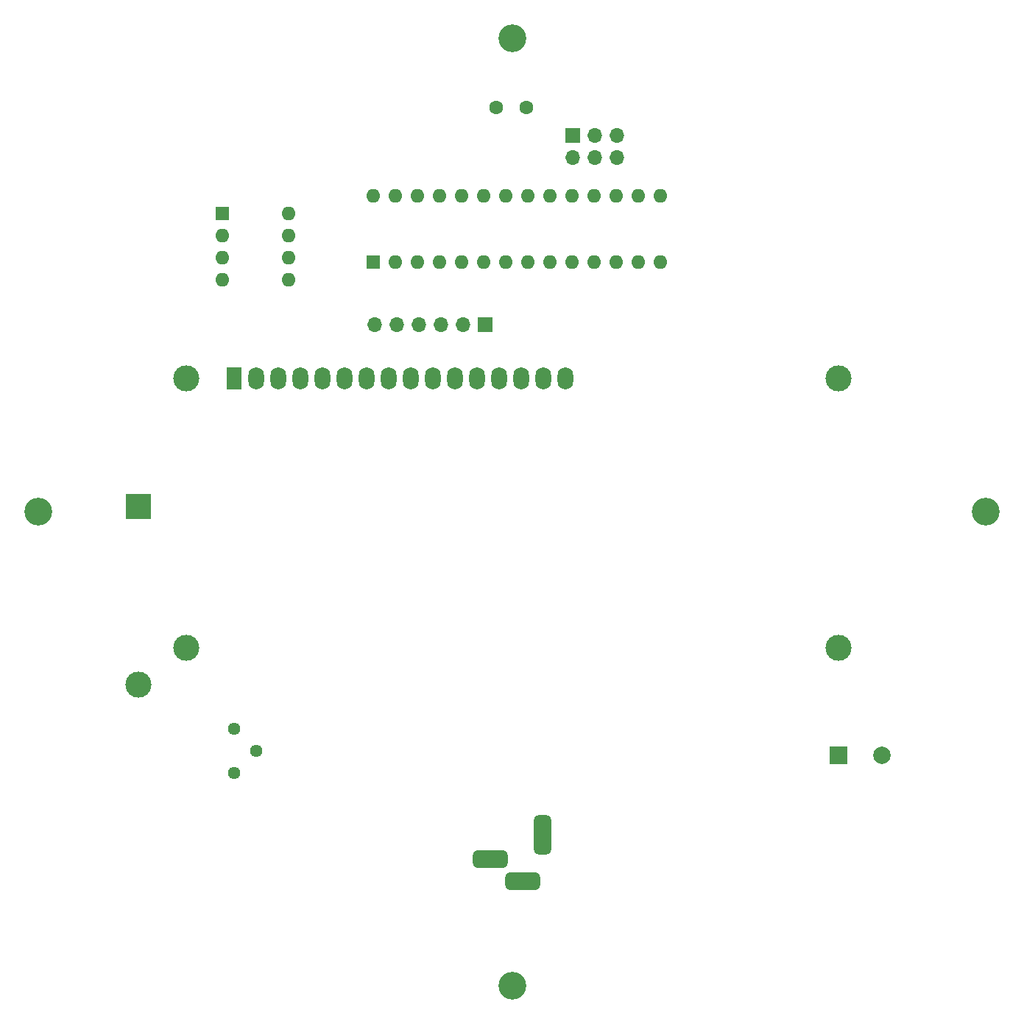
<source format=gbr>
%TF.GenerationSoftware,KiCad,Pcbnew,(6.0.5)*%
%TF.CreationDate,2022-07-26T12:17:50-04:00*%
%TF.ProjectId,Clock_design,436c6f63-6b5f-4646-9573-69676e2e6b69,rev?*%
%TF.SameCoordinates,PX56c8cc0PY97a25c0*%
%TF.FileFunction,Soldermask,Bot*%
%TF.FilePolarity,Negative*%
%FSLAX46Y46*%
G04 Gerber Fmt 4.6, Leading zero omitted, Abs format (unit mm)*
G04 Created by KiCad (PCBNEW (6.0.5)) date 2022-07-26 12:17:50*
%MOMM*%
%LPD*%
G01*
G04 APERTURE LIST*
G04 Aperture macros list*
%AMRoundRect*
0 Rectangle with rounded corners*
0 $1 Rounding radius*
0 $2 $3 $4 $5 $6 $7 $8 $9 X,Y pos of 4 corners*
0 Add a 4 corners polygon primitive as box body*
4,1,4,$2,$3,$4,$5,$6,$7,$8,$9,$2,$3,0*
0 Add four circle primitives for the rounded corners*
1,1,$1+$1,$2,$3*
1,1,$1+$1,$4,$5*
1,1,$1+$1,$6,$7*
1,1,$1+$1,$8,$9*
0 Add four rect primitives between the rounded corners*
20,1,$1+$1,$2,$3,$4,$5,0*
20,1,$1+$1,$4,$5,$6,$7,0*
20,1,$1+$1,$6,$7,$8,$9,0*
20,1,$1+$1,$8,$9,$2,$3,0*%
G04 Aperture macros list end*
%ADD10C,3.200000*%
%ADD11R,1.600000X1.600000*%
%ADD12O,1.600000X1.600000*%
%ADD13C,1.600000*%
%ADD14C,1.440000*%
%ADD15R,2.000000X2.000000*%
%ADD16C,2.000000*%
%ADD17C,3.000000*%
%ADD18R,1.800000X2.600000*%
%ADD19O,1.800000X2.600000*%
%ADD20RoundRect,0.500000X0.500000X-1.750000X0.500000X1.750000X-0.500000X1.750000X-0.500000X-1.750000X0*%
%ADD21RoundRect,0.500000X1.500000X0.500000X-1.500000X0.500000X-1.500000X-0.500000X1.500000X-0.500000X0*%
%ADD22R,1.700000X1.700000*%
%ADD23O,1.700000X1.700000*%
%ADD24R,3.000000X3.000000*%
G04 APERTURE END LIST*
D10*
%TO.C,H4*%
X4500000Y59000000D03*
%TD*%
D11*
%TO.C,U2*%
X25700000Y93300000D03*
D12*
X25700000Y90760000D03*
X25700000Y88220000D03*
X25700000Y85680000D03*
X33320000Y85680000D03*
X33320000Y88220000D03*
X33320000Y90760000D03*
X33320000Y93300000D03*
%TD*%
D13*
%TO.C,R6*%
X60600000Y105500000D03*
X57200000Y105500000D03*
%TD*%
D10*
%TO.C,H2*%
X113500000Y59000000D03*
%TD*%
D14*
%TO.C,RV1*%
X27015000Y28960000D03*
X29555000Y31500000D03*
X27015000Y34040000D03*
%TD*%
D15*
%TO.C,BZ1*%
X96500000Y31000000D03*
D16*
X101500000Y31000000D03*
%TD*%
D10*
%TO.C,H3*%
X59000000Y4500000D03*
%TD*%
%TO.C,H1*%
X59000000Y113500000D03*
%TD*%
D17*
%TO.C,DS1*%
X96500000Y74357500D03*
X96499480Y43356800D03*
X21500900Y43356800D03*
X21500900Y74357500D03*
D18*
X27000000Y74357500D03*
D19*
X29540000Y74357500D03*
X32080000Y74357500D03*
X34620000Y74357500D03*
X37160000Y74357500D03*
X39700000Y74357500D03*
X42240000Y74357500D03*
X44780000Y74357500D03*
X47320000Y74357500D03*
X49860000Y74357500D03*
X52400000Y74357500D03*
X54940000Y74357500D03*
X57480000Y74357500D03*
X60020000Y74357500D03*
X62560000Y74357500D03*
X65100000Y74357500D03*
%TD*%
D11*
%TO.C,U1*%
X43000000Y87700000D03*
D12*
X45540000Y87700000D03*
X48080000Y87700000D03*
X50620000Y87700000D03*
X53160000Y87700000D03*
X55700000Y87700000D03*
X58240000Y87700000D03*
X60780000Y87700000D03*
X63320000Y87700000D03*
X65860000Y87700000D03*
X68400000Y87700000D03*
X70940000Y87700000D03*
X73480000Y87700000D03*
X76020000Y87700000D03*
X76020000Y95320000D03*
X73480000Y95320000D03*
X70940000Y95320000D03*
X68400000Y95320000D03*
X65860000Y95320000D03*
X63320000Y95320000D03*
X60780000Y95320000D03*
X58240000Y95320000D03*
X55700000Y95320000D03*
X53160000Y95320000D03*
X50620000Y95320000D03*
X48080000Y95320000D03*
X45540000Y95320000D03*
X43000000Y95320000D03*
%TD*%
D20*
%TO.C,J2*%
X62500000Y21840000D03*
D21*
X60200000Y16540000D03*
X56500000Y19040000D03*
%TD*%
D22*
%TO.C,J1*%
X65975000Y102275000D03*
D23*
X65975000Y99735000D03*
X68515000Y102275000D03*
X68515000Y99735000D03*
X71055000Y102275000D03*
X71055000Y99735000D03*
%TD*%
D22*
%TO.C,J3*%
X55850000Y80500000D03*
D23*
X53310000Y80500000D03*
X50770000Y80500000D03*
X48230000Y80500000D03*
X45690000Y80500000D03*
X43150000Y80500000D03*
%TD*%
D24*
%TO.C,BT1*%
X16000017Y59613686D03*
D17*
X16000017Y39123686D03*
%TD*%
M02*

</source>
